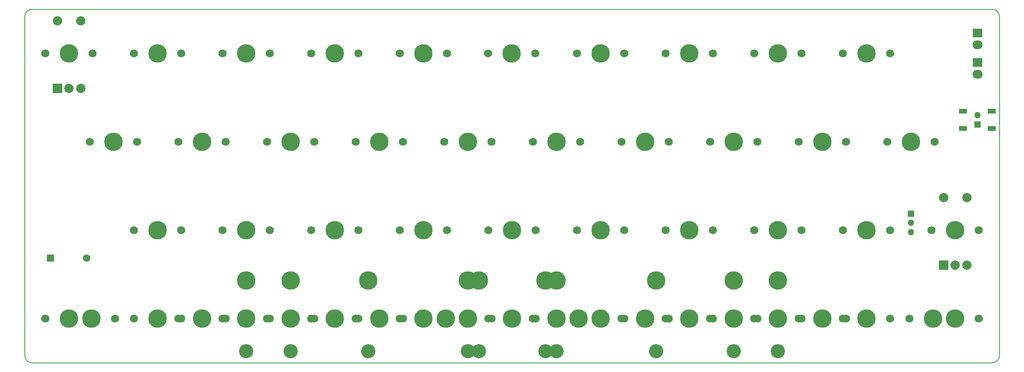
<source format=gbr>
%TF.GenerationSoftware,KiCad,Pcbnew,(6.0.7)*%
%TF.CreationDate,2023-01-26T11:33:43+01:00*%
%TF.ProjectId,Didaktik multilayout,44696461-6b74-4696-9b20-6d756c74696c,rev?*%
%TF.SameCoordinates,Original*%
%TF.FileFunction,Soldermask,Top*%
%TF.FilePolarity,Negative*%
%FSLAX46Y46*%
G04 Gerber Fmt 4.6, Leading zero omitted, Abs format (unit mm)*
G04 Created by KiCad (PCBNEW (6.0.7)) date 2023-01-26 11:33:43*
%MOMM*%
%LPD*%
G01*
G04 APERTURE LIST*
%TA.AperFunction,Profile*%
%ADD10C,0.150000*%
%TD*%
%ADD11R,1.350000X1.350000*%
%ADD12O,1.350000X1.350000*%
%ADD13C,1.750000*%
%ADD14C,3.987800*%
%ADD15C,3.048000*%
%ADD16O,2.159000X1.905000*%
%ADD17R,2.159000X1.905000*%
%ADD18R,1.600000X1.600000*%
%ADD19C,1.600000*%
%ADD20R,2.000000X2.000000*%
%ADD21C,2.000000*%
%ADD22R,1.800000X1.100000*%
G04 APERTURE END LIST*
D10*
X31750000Y-106362500D02*
G75*
G03*
X33337500Y-107950000I1587500J0D01*
G01*
X33337500Y-31750000D02*
X239712500Y-31750000D01*
X31750000Y-106362500D02*
X31750000Y-33337500D01*
X239712500Y-107950000D02*
G75*
G03*
X241300000Y-106362500I0J1587500D01*
G01*
X239712500Y-107950000D02*
X33337500Y-107950000D01*
X241300000Y-33337500D02*
G75*
G03*
X239712500Y-31750000I-1587500J0D01*
G01*
X33337500Y-31750000D02*
G75*
G03*
X31750000Y-33337500I0J-1587500D01*
G01*
X241300000Y-33337500D02*
X241300000Y-106362500D01*
D11*
%TO.C,SW_Reset2*%
X236537500Y-56562500D03*
D12*
X236537500Y-54562500D03*
%TD*%
D13*
%TO.C,SW33*%
X83820000Y-98425000D03*
X93980000Y-98425000D03*
D14*
X88900000Y-98425000D03*
%TD*%
%TO.C,SW15*%
X127000000Y-60325000D03*
D13*
X121920000Y-60325000D03*
X132080000Y-60325000D03*
%TD*%
D15*
%TO.C,SW36c1*%
X79375000Y-105410000D03*
X193675000Y-105410000D03*
D14*
X79375000Y-90170000D03*
D13*
X131445000Y-98425000D03*
D14*
X193675000Y-90170000D03*
X136525000Y-98425000D03*
D13*
X141605000Y-98425000D03*
%TD*%
D14*
%TO.C,SW7*%
X155575000Y-41275000D03*
D13*
X160655000Y-41275000D03*
X150495000Y-41275000D03*
%TD*%
%TO.C,SW27*%
X169545000Y-79375000D03*
X179705000Y-79375000D03*
D14*
X174625000Y-79375000D03*
%TD*%
D13*
%TO.C,SW34b1*%
X102870000Y-98425000D03*
D15*
X88900000Y-105410000D03*
D14*
X88900000Y-90170000D03*
X127000000Y-90170000D03*
X107950000Y-98425000D03*
D13*
X113030000Y-98425000D03*
D15*
X127000000Y-105410000D03*
%TD*%
D13*
%TO.C,SW14*%
X102870000Y-60325000D03*
D14*
X107950000Y-60325000D03*
D13*
X113030000Y-60325000D03*
%TD*%
D14*
%TO.C,SW33a1*%
X79375000Y-98425000D03*
D13*
X74295000Y-98425000D03*
X84455000Y-98425000D03*
%TD*%
%TO.C,SW9*%
X188595000Y-41275000D03*
X198755000Y-41275000D03*
D14*
X193675000Y-41275000D03*
%TD*%
D16*
%TO.C,D42*%
X236537500Y-45720000D03*
D17*
X236537500Y-43180000D03*
%TD*%
D13*
%TO.C,SW29*%
X217805000Y-79375000D03*
X207645000Y-79375000D03*
D14*
X212725000Y-79375000D03*
%TD*%
D13*
%TO.C,SW8*%
X179705000Y-41275000D03*
X169545000Y-41275000D03*
D14*
X174625000Y-41275000D03*
%TD*%
D15*
%TO.C,SW35b1*%
X105568750Y-105410000D03*
D14*
X105568750Y-90170000D03*
X129381250Y-90170000D03*
X117475000Y-98425000D03*
D13*
X122555000Y-98425000D03*
D15*
X129381250Y-105410000D03*
D13*
X112395000Y-98425000D03*
%TD*%
%TO.C,SW2*%
X55245000Y-41275000D03*
D14*
X60325000Y-41275000D03*
D13*
X65405000Y-41275000D03*
%TD*%
%TO.C,SW34*%
X113030000Y-98425000D03*
X102870000Y-98425000D03*
D14*
X107950000Y-98425000D03*
%TD*%
D13*
%TO.C,SW24*%
X112395000Y-79375000D03*
X122555000Y-79375000D03*
D14*
X117475000Y-79375000D03*
%TD*%
D13*
%TO.C,SW31*%
X40957500Y-98425000D03*
D14*
X46037500Y-98425000D03*
D13*
X51117500Y-98425000D03*
%TD*%
%TO.C,SW37a1*%
X169545000Y-98425000D03*
X179705000Y-98425000D03*
D14*
X174625000Y-98425000D03*
%TD*%
D13*
%TO.C,SW20*%
X227330000Y-60325000D03*
X217170000Y-60325000D03*
D14*
X222250000Y-60325000D03*
%TD*%
%TO.C,SW5*%
X117475000Y-41275000D03*
D13*
X112395000Y-41275000D03*
X122555000Y-41275000D03*
%TD*%
D18*
%TO.C,R5*%
X37248000Y-85344000D03*
D19*
X45048000Y-85344000D03*
%TD*%
D13*
%TO.C,SW40a1*%
X226695000Y-98425000D03*
X236855000Y-98425000D03*
D14*
X231775000Y-98425000D03*
%TD*%
D13*
%TO.C,SW35*%
X132080000Y-98425000D03*
D14*
X127000000Y-98425000D03*
D13*
X121920000Y-98425000D03*
%TD*%
%TO.C,SW31a1*%
X36195000Y-98425000D03*
D14*
X41275000Y-98425000D03*
D13*
X46355000Y-98425000D03*
%TD*%
%TO.C,SW38*%
X189230000Y-98425000D03*
D14*
X184150000Y-98425000D03*
D13*
X179070000Y-98425000D03*
%TD*%
D14*
%TO.C,SW12*%
X69850000Y-60325000D03*
D13*
X74930000Y-60325000D03*
X64770000Y-60325000D03*
%TD*%
%TO.C,SW22*%
X84455000Y-79375000D03*
X74295000Y-79375000D03*
D14*
X79375000Y-79375000D03*
%TD*%
%TO.C,SW36a1*%
X150812500Y-98425000D03*
D13*
X155892500Y-98425000D03*
X145732500Y-98425000D03*
%TD*%
D15*
%TO.C,SW36b1*%
X143668750Y-105410000D03*
D14*
X167481250Y-90170000D03*
X155575000Y-98425000D03*
X143668750Y-90170000D03*
D15*
X167481250Y-105410000D03*
D13*
X150495000Y-98425000D03*
X160655000Y-98425000D03*
%TD*%
D14*
%TO.C,SW10*%
X212725000Y-41275000D03*
D13*
X217805000Y-41275000D03*
X207645000Y-41275000D03*
%TD*%
D16*
%TO.C,D43*%
X236537500Y-39370000D03*
D17*
X236537500Y-36830000D03*
%TD*%
D15*
%TO.C,SW35c1*%
X184150000Y-105410000D03*
D14*
X88900000Y-90170000D03*
D15*
X88900000Y-105410000D03*
D14*
X136525000Y-98425000D03*
D13*
X141605000Y-98425000D03*
X131445000Y-98425000D03*
D14*
X184150000Y-90170000D03*
%TD*%
%TO.C,SW6*%
X136398000Y-41275000D03*
D13*
X131318000Y-41275000D03*
X141478000Y-41275000D03*
%TD*%
%TO.C,SW19*%
X198120000Y-60325000D03*
X208280000Y-60325000D03*
D14*
X203200000Y-60325000D03*
%TD*%
D13*
%TO.C,SW3*%
X74295000Y-41275000D03*
X84455000Y-41275000D03*
D14*
X79375000Y-41275000D03*
%TD*%
D13*
%TO.C,SW17*%
X160020000Y-60325000D03*
D14*
X165100000Y-60325000D03*
D13*
X170180000Y-60325000D03*
%TD*%
%TO.C,SW39*%
X208280000Y-98425000D03*
X198120000Y-98425000D03*
D14*
X203200000Y-98425000D03*
%TD*%
%TO.C,SW11*%
X50800000Y-60325000D03*
D13*
X45720000Y-60325000D03*
X55880000Y-60325000D03*
%TD*%
D14*
%TO.C,SW21*%
X60325000Y-79375000D03*
D13*
X65405000Y-79375000D03*
X55245000Y-79375000D03*
%TD*%
D14*
%TO.C,SW16*%
X146050000Y-60325000D03*
D13*
X151130000Y-60325000D03*
X140970000Y-60325000D03*
%TD*%
%TO.C,SW18*%
X179070000Y-60325000D03*
D14*
X184150000Y-60325000D03*
D13*
X189230000Y-60325000D03*
%TD*%
D20*
%TO.C,SW42*%
X229275000Y-86875000D03*
D21*
X234275000Y-86875000D03*
X231775000Y-86875000D03*
X234275000Y-72375000D03*
X229275000Y-72375000D03*
%TD*%
D14*
%TO.C,SW32a1*%
X60325000Y-98425000D03*
D13*
X65405000Y-98425000D03*
X55245000Y-98425000D03*
%TD*%
D15*
%TO.C,SW37b1*%
X184150000Y-105410000D03*
D14*
X146050000Y-90170000D03*
D13*
X160020000Y-98425000D03*
X170180000Y-98425000D03*
D14*
X165100000Y-98425000D03*
X184150000Y-90170000D03*
D15*
X146050000Y-105410000D03*
%TD*%
D13*
%TO.C,SW34a1*%
X93345000Y-98425000D03*
X103505000Y-98425000D03*
D14*
X98425000Y-98425000D03*
%TD*%
%TO.C,SW36*%
X146050000Y-98425000D03*
D13*
X140970000Y-98425000D03*
X151130000Y-98425000D03*
%TD*%
D14*
%TO.C,SW28*%
X193675000Y-79375000D03*
D13*
X188595000Y-79375000D03*
X198755000Y-79375000D03*
%TD*%
D14*
%TO.C,SW1*%
X41275000Y-41275000D03*
D13*
X36195000Y-41275000D03*
X46355000Y-41275000D03*
%TD*%
%TO.C,SW40*%
X232092500Y-98425000D03*
D14*
X227012500Y-98425000D03*
D13*
X221932500Y-98425000D03*
%TD*%
D22*
%TO.C,SW_Reset1*%
X233437500Y-57412500D03*
X239637500Y-53712500D03*
X233437500Y-53712500D03*
X239637500Y-57412500D03*
%TD*%
D14*
%TO.C,SW39a1*%
X212725000Y-98425000D03*
D13*
X207645000Y-98425000D03*
X217805000Y-98425000D03*
%TD*%
%TO.C,SW37*%
X170180000Y-98425000D03*
D14*
X165100000Y-98425000D03*
D13*
X160020000Y-98425000D03*
%TD*%
D14*
%TO.C,SW4*%
X98425000Y-41275000D03*
D13*
X93345000Y-41275000D03*
X103505000Y-41275000D03*
%TD*%
%TO.C,SW35a1*%
X117157500Y-98425000D03*
X127317500Y-98425000D03*
D14*
X122237500Y-98425000D03*
%TD*%
D13*
%TO.C,SW32*%
X74930000Y-98425000D03*
X64770000Y-98425000D03*
D14*
X69850000Y-98425000D03*
%TD*%
D13*
%TO.C,SW26*%
X160655000Y-79375000D03*
D14*
X155575000Y-79375000D03*
D13*
X150495000Y-79375000D03*
%TD*%
D14*
%TO.C,SW30*%
X231775000Y-79375000D03*
D13*
X226695000Y-79375000D03*
X236855000Y-79375000D03*
%TD*%
D14*
%TO.C,SW38a1*%
X193675000Y-98425000D03*
D13*
X198755000Y-98425000D03*
X188595000Y-98425000D03*
%TD*%
D14*
%TO.C,SW13*%
X88900000Y-60325000D03*
D13*
X83820000Y-60325000D03*
X93980000Y-60325000D03*
%TD*%
D20*
%TO.C,SW41*%
X38775000Y-48775000D03*
D21*
X43775000Y-48775000D03*
X41275000Y-48775000D03*
X43775000Y-34275000D03*
X38775000Y-34275000D03*
%TD*%
D13*
%TO.C,SW25*%
X131445000Y-79375000D03*
D14*
X136525000Y-79375000D03*
D13*
X141605000Y-79375000D03*
%TD*%
D14*
%TO.C,SW23*%
X98425000Y-79375000D03*
D13*
X103505000Y-79375000D03*
X93345000Y-79375000D03*
%TD*%
D11*
%TO.C,J3*%
X222250000Y-75787500D03*
D12*
X222250000Y-77787500D03*
X222250000Y-79787500D03*
%TD*%
M02*

</source>
